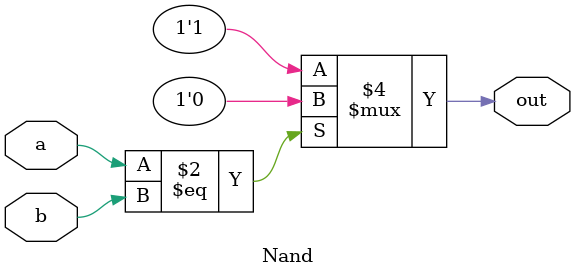
<source format=v>
module Nand (
    input a,
    input b,
    output reg out
);

always @ (a, b)
    begin
        if (a == b) 
            begin
                out = 0;
            end
        else
            begin
                out = 1;
            end
    end
endmodule
</source>
